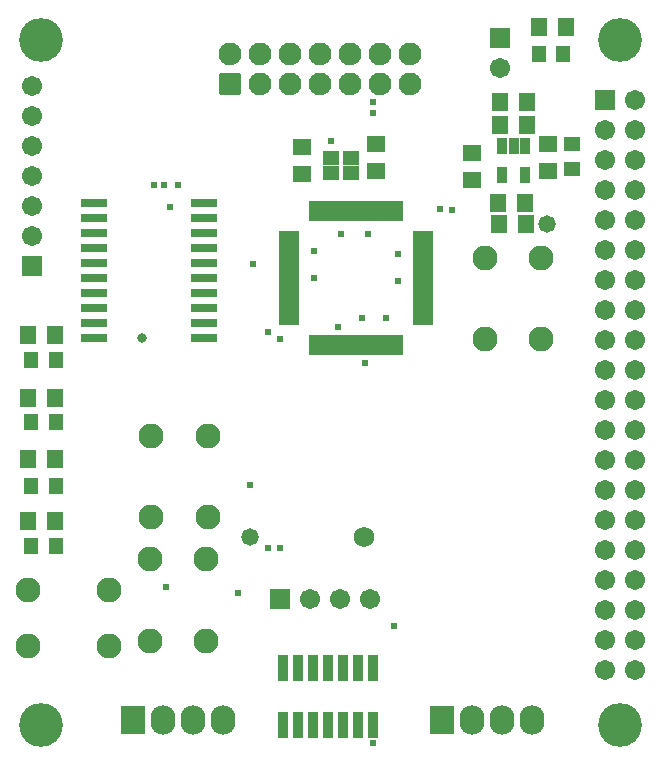
<source format=gts>
G04*
G04 #@! TF.GenerationSoftware,Altium Limited,Altium Designer,18.1.5 (160)*
G04*
G04 Layer_Color=8388736*
%FSTAX24Y24*%
%MOIN*%
G70*
G01*
G75*
%ADD28R,0.0513X0.0552*%
%ADD29R,0.0580X0.0630*%
%ADD30R,0.0552X0.0474*%
%ADD31R,0.0671X0.0198*%
%ADD32R,0.0198X0.0671*%
%ADD33R,0.0630X0.0580*%
%ADD34R,0.0552X0.0513*%
%ADD35R,0.0344X0.0541*%
%ADD36R,0.0320X0.0890*%
%ADD37R,0.0860X0.0300*%
%ADD38R,0.0830X0.0980*%
%ADD39O,0.0830X0.0980*%
%ADD40C,0.0671*%
%ADD41R,0.0671X0.0671*%
%ADD42R,0.0671X0.0671*%
%ADD43C,0.0680*%
%ADD44C,0.0830*%
%ADD45C,0.1460*%
%ADD46C,0.0760*%
G04:AMPARAMS|DCode=47|XSize=76mil|YSize=76mil|CornerRadius=12.5mil|HoleSize=0mil|Usage=FLASHONLY|Rotation=90.000|XOffset=0mil|YOffset=0mil|HoleType=Round|Shape=RoundedRectangle|*
%AMROUNDEDRECTD47*
21,1,0.0760,0.0510,0,0,90.0*
21,1,0.0510,0.0760,0,0,90.0*
1,1,0.0250,0.0255,0.0255*
1,1,0.0250,0.0255,-0.0255*
1,1,0.0250,-0.0255,-0.0255*
1,1,0.0250,-0.0255,0.0255*
%
%ADD47ROUNDEDRECTD47*%
%ADD48C,0.0240*%
%ADD49C,0.0580*%
%ADD50C,0.0330*%
D28*
X019233Y023D02*
D03*
X018407D02*
D03*
X019233Y025D02*
D03*
X018407D02*
D03*
X019233Y0292D02*
D03*
X018407D02*
D03*
X019233Y027135D02*
D03*
X018407D02*
D03*
X035337Y0394D02*
D03*
X036163D02*
D03*
D29*
X01923Y02385D02*
D03*
X01833D02*
D03*
X01923Y0259D02*
D03*
X01833D02*
D03*
X01923Y027935D02*
D03*
X01833D02*
D03*
X01923Y03005D02*
D03*
X01833D02*
D03*
X03495Y0378D02*
D03*
X03405D02*
D03*
X03495Y03705D02*
D03*
X03405D02*
D03*
X033996Y03445D02*
D03*
X034896D02*
D03*
X034Y03375D02*
D03*
X0349D02*
D03*
X036237Y0403D02*
D03*
X035337D02*
D03*
D30*
X028415Y035956D02*
D03*
X029085D02*
D03*
Y035444D02*
D03*
X028415D02*
D03*
D31*
X027006Y030474D02*
D03*
Y03067D02*
D03*
Y030867D02*
D03*
Y031064D02*
D03*
Y031261D02*
D03*
Y031458D02*
D03*
Y031655D02*
D03*
Y031852D02*
D03*
Y032048D02*
D03*
Y032245D02*
D03*
Y032442D02*
D03*
Y032639D02*
D03*
Y032836D02*
D03*
Y033033D02*
D03*
Y03323D02*
D03*
Y033426D02*
D03*
X031494D02*
D03*
Y03323D02*
D03*
Y033033D02*
D03*
Y032836D02*
D03*
Y032639D02*
D03*
Y032442D02*
D03*
Y032245D02*
D03*
Y032048D02*
D03*
Y031852D02*
D03*
Y031655D02*
D03*
Y031458D02*
D03*
Y031261D02*
D03*
Y031064D02*
D03*
Y030867D02*
D03*
Y03067D02*
D03*
Y030474D02*
D03*
D32*
X027774Y034194D02*
D03*
X02797D02*
D03*
X028167D02*
D03*
X028364D02*
D03*
X028561D02*
D03*
X028758D02*
D03*
X028955D02*
D03*
X029152D02*
D03*
X029348D02*
D03*
X029545D02*
D03*
X029742D02*
D03*
X029939D02*
D03*
X030136D02*
D03*
X030333D02*
D03*
X03053D02*
D03*
X030726D02*
D03*
Y029706D02*
D03*
X03053D02*
D03*
X030333D02*
D03*
X030136D02*
D03*
X029939D02*
D03*
X029742D02*
D03*
X029545D02*
D03*
X029348D02*
D03*
X029152D02*
D03*
X028955D02*
D03*
X028758D02*
D03*
X028561D02*
D03*
X028364D02*
D03*
X028167D02*
D03*
X02797D02*
D03*
X027774D02*
D03*
D33*
X03565Y036401D02*
D03*
Y035501D02*
D03*
X0331Y0352D02*
D03*
Y0361D02*
D03*
X0299Y0355D02*
D03*
Y0364D02*
D03*
X02745Y0363D02*
D03*
Y0354D02*
D03*
D34*
X03645Y036413D02*
D03*
Y035587D02*
D03*
D35*
X03487Y03633D02*
D03*
X0345D02*
D03*
X03413D02*
D03*
Y03537D02*
D03*
X03487D02*
D03*
D36*
X0298Y01894D02*
D03*
X0293D02*
D03*
X0288D02*
D03*
X0283D02*
D03*
X0278D02*
D03*
X0273D02*
D03*
X0268D02*
D03*
Y01705D02*
D03*
X0273D02*
D03*
X0278D02*
D03*
X0283D02*
D03*
X0288D02*
D03*
X0293D02*
D03*
X0298D02*
D03*
D37*
X02419Y02995D02*
D03*
Y03045D02*
D03*
Y03095D02*
D03*
Y03145D02*
D03*
Y03195D02*
D03*
Y03245D02*
D03*
Y03295D02*
D03*
Y03345D02*
D03*
Y03395D02*
D03*
Y03445D02*
D03*
X02051D02*
D03*
Y03395D02*
D03*
Y03345D02*
D03*
Y03295D02*
D03*
Y03245D02*
D03*
Y03195D02*
D03*
Y03145D02*
D03*
Y03095D02*
D03*
Y03045D02*
D03*
Y02995D02*
D03*
D38*
X0321Y0172D02*
D03*
X0218D02*
D03*
D39*
X0331D02*
D03*
X0341D02*
D03*
X0351D02*
D03*
X0228D02*
D03*
X0238D02*
D03*
X0248D02*
D03*
D40*
X0297Y02125D02*
D03*
X0287D02*
D03*
X0277D02*
D03*
X01845Y03435D02*
D03*
Y03335D02*
D03*
Y03535D02*
D03*
Y03635D02*
D03*
Y03735D02*
D03*
Y03835D02*
D03*
X03405Y03895D02*
D03*
X038541Y018885D02*
D03*
X037541D02*
D03*
X038541Y019885D02*
D03*
X037541D02*
D03*
X038541Y020885D02*
D03*
X037541D02*
D03*
X038541Y021885D02*
D03*
X037541D02*
D03*
X038541Y022885D02*
D03*
X037541D02*
D03*
X038541Y023885D02*
D03*
X037541D02*
D03*
X038541Y024885D02*
D03*
X037541D02*
D03*
X038541Y025885D02*
D03*
X037541D02*
D03*
X038541Y026885D02*
D03*
X037541D02*
D03*
X038541Y027885D02*
D03*
X037541D02*
D03*
X038541Y028885D02*
D03*
X037541D02*
D03*
X038541Y029885D02*
D03*
X037541D02*
D03*
X038541Y030885D02*
D03*
X037541D02*
D03*
X038541Y031885D02*
D03*
X037541D02*
D03*
X038541Y032885D02*
D03*
X037541D02*
D03*
X038541Y033885D02*
D03*
X037541D02*
D03*
X038541Y034885D02*
D03*
X037541D02*
D03*
X038541Y035885D02*
D03*
X037541D02*
D03*
X038541Y036885D02*
D03*
X037541D02*
D03*
X038541Y037885D02*
D03*
D41*
X0267Y02125D02*
D03*
D42*
X01845Y03235D02*
D03*
X03405Y03995D02*
D03*
X037541Y037885D02*
D03*
D43*
X0295Y0233D02*
D03*
D44*
X02426Y019855D02*
D03*
X02238Y022565D02*
D03*
X02426D02*
D03*
X02238Y019855D02*
D03*
X02431Y02397D02*
D03*
X02243Y02668D02*
D03*
X02431D02*
D03*
X02243Y02397D02*
D03*
X02103Y02156D02*
D03*
X01832Y01968D02*
D03*
Y02156D02*
D03*
X02103Y01968D02*
D03*
X03543Y03261D02*
D03*
X03355Y0299D02*
D03*
X03543D02*
D03*
X03355Y03261D02*
D03*
D45*
X038041Y01705D02*
D03*
X01875Y039885D02*
D03*
X038041D02*
D03*
X01875Y01705D02*
D03*
D46*
X03105Y039413D02*
D03*
X03005D02*
D03*
X02905D02*
D03*
X02805D02*
D03*
X02705D02*
D03*
X02605D02*
D03*
X02505D02*
D03*
X03105Y038413D02*
D03*
X03005D02*
D03*
X02905D02*
D03*
X02805D02*
D03*
X02705D02*
D03*
X02605D02*
D03*
D47*
X02505D02*
D03*
D48*
X0298Y03745D02*
D03*
Y0378D02*
D03*
X03245Y0342D02*
D03*
X03205Y03425D02*
D03*
X0258Y0324D02*
D03*
X0253Y02145D02*
D03*
X0233Y03505D02*
D03*
X0184Y0292D02*
D03*
Y0271D02*
D03*
X0257Y02505D02*
D03*
X02425Y03445D02*
D03*
X0284Y0365D02*
D03*
X0299Y0355D02*
D03*
X02965Y0334D02*
D03*
X03065Y03275D02*
D03*
X03025Y0306D02*
D03*
X02865Y0303D02*
D03*
X02785Y03195D02*
D03*
X0229Y02165D02*
D03*
X0267Y02295D02*
D03*
X0298Y01645D02*
D03*
X03065Y03185D02*
D03*
X02945Y0306D02*
D03*
X02785Y03285D02*
D03*
X02875Y03341D02*
D03*
X0349Y03375D02*
D03*
X0267Y0299D02*
D03*
X0263Y02295D02*
D03*
Y03015D02*
D03*
X02305Y0343D02*
D03*
X02285Y03505D02*
D03*
X0225D02*
D03*
X036163Y0394D02*
D03*
X02955Y0291D02*
D03*
X02678Y01703D02*
D03*
X0293Y0191D02*
D03*
X03053Y02033D02*
D03*
D49*
X0257Y0233D02*
D03*
X0356Y03375D02*
D03*
D50*
X0221Y02995D02*
D03*
M02*

</source>
